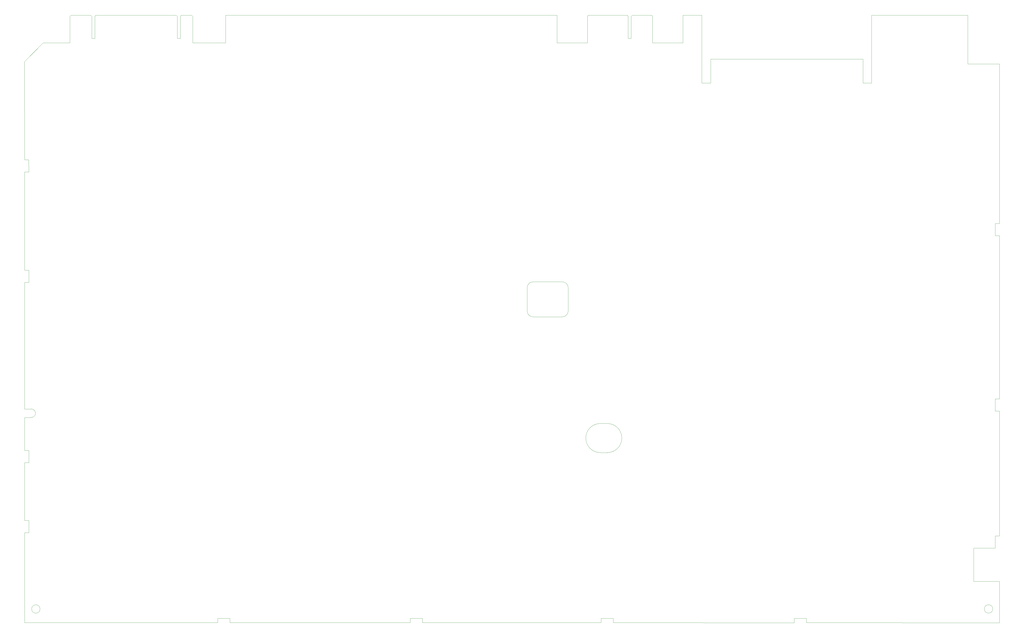
<source format=gbr>
G04 #@! TF.GenerationSoftware,KiCad,Pcbnew,(5.1.9)-1*
G04 #@! TF.CreationDate,2021-03-22T16:11:12+01:00*
G04 #@! TF.ProjectId,Open128,4f70656e-3132-4382-9e6b-696361645f70,3*
G04 #@! TF.SameCoordinates,Original*
G04 #@! TF.FileFunction,Profile,NP*
%FSLAX46Y46*%
G04 Gerber Fmt 4.6, Leading zero omitted, Abs format (unit mm)*
G04 Created by KiCad (PCBNEW (5.1.9)-1) date 2021-03-22 16:11:12*
%MOMM*%
%LPD*%
G01*
G04 APERTURE LIST*
G04 #@! TA.AperFunction,Profile*
%ADD10C,0.050000*%
G04 #@! TD*
G04 APERTURE END LIST*
D10*
X436725000Y-283083000D02*
G75*
G03*
X436725000Y-283083000I-1750000J0D01*
G01*
X39469000Y-283111000D02*
G75*
G03*
X39469000Y-283111000I-1750000J0D01*
G01*
X35763200Y-199669400D02*
G75*
G02*
X35763200Y-203225400I25400J-1778000D01*
G01*
X294843200Y-35839400D02*
X294462200Y-35458400D01*
X285953200Y-35839400D02*
X286334200Y-35458400D01*
X284683200Y-35839400D02*
X284302200Y-35458400D01*
X267716000Y-35839400D02*
X268097000Y-35458400D01*
X275996400Y-217881200D02*
X273100800Y-217881200D01*
X273100800Y-205740000D02*
X275996400Y-205740000D01*
X275996400Y-205740000D02*
G75*
G02*
X275996400Y-217881200I0J-6070600D01*
G01*
X273100800Y-217881200D02*
G75*
G02*
X273100800Y-205740000I0J6070600D01*
G01*
X242569874Y-149174201D02*
X242570001Y-158724601D01*
X242569874Y-149174201D02*
G75*
G02*
X245135399Y-146634201I2540126J1D01*
G01*
X245110001Y-161290126D02*
G75*
G02*
X242570001Y-158724601I-1J2540126D01*
G01*
X259715126Y-158749999D02*
G75*
G02*
X257149601Y-161289999I-2540126J-1D01*
G01*
X257174999Y-146634074D02*
G75*
G02*
X259714999Y-149199599I1J-2540126D01*
G01*
X259714999Y-149199599D02*
X259715126Y-158749999D01*
X245135399Y-146634201D02*
X257174999Y-146634074D01*
X257149601Y-161289999D02*
X245110001Y-161290126D01*
X102743000Y-35458400D02*
X103124000Y-35839400D01*
X97942400Y-35839400D02*
X98323400Y-35458400D01*
X96291400Y-35458400D02*
X96672400Y-35839400D01*
X62280800Y-35839400D02*
X62661800Y-35458400D01*
X60629800Y-35458400D02*
X61010800Y-35839400D01*
X51917600Y-35839400D02*
X52298600Y-35458400D01*
X286334200Y-35458400D02*
X294462200Y-35458400D01*
X285953200Y-45110400D02*
X285953200Y-35839400D01*
X284683200Y-45110400D02*
X285953200Y-45110400D01*
X284683200Y-35839400D02*
X284683200Y-45110400D01*
X32994600Y-95732600D02*
X32969200Y-54813200D01*
X34747200Y-95732600D02*
X32994600Y-95732600D01*
X34772600Y-100812600D02*
X34747200Y-95732600D01*
X33000000Y-100812600D02*
X34772600Y-100812600D01*
X33020000Y-141833600D02*
X33000000Y-100812600D01*
X34798000Y-141833600D02*
X33020000Y-141833600D01*
X34798000Y-146913600D02*
X34798000Y-141833600D01*
X33020000Y-146913600D02*
X34798000Y-146913600D01*
X33020000Y-199669400D02*
X33020000Y-146913600D01*
X35763200Y-199669400D02*
X33020000Y-199669400D01*
X33020000Y-203225400D02*
X35763200Y-203225400D01*
X33020000Y-217017600D02*
X33020000Y-203225400D01*
X34798000Y-217017600D02*
X33020000Y-217017600D01*
X34798000Y-222097600D02*
X34798000Y-217017600D01*
X33020000Y-222097600D02*
X34798000Y-222097600D01*
X33020000Y-246227600D02*
X33020000Y-222097600D01*
X34798000Y-246227600D02*
X33020000Y-246227600D01*
X34798000Y-251307600D02*
X34798000Y-246227600D01*
X33020000Y-251307600D02*
X34798000Y-251307600D01*
X33020000Y-288798000D02*
X33020000Y-251307600D01*
X113538000Y-288798000D02*
X33020000Y-288798000D01*
X113538000Y-287020000D02*
X113538000Y-288798000D01*
X118618000Y-287020000D02*
X113538000Y-287020000D01*
X118618000Y-288798000D02*
X118618000Y-287020000D01*
X193802000Y-288798000D02*
X118618000Y-288798000D01*
X193802000Y-287020000D02*
X193802000Y-288798000D01*
X198882000Y-287020000D02*
X193802000Y-287020000D01*
X198882000Y-288798000D02*
X198882000Y-287020000D01*
X273405600Y-288798000D02*
X198882000Y-288798000D01*
X273405600Y-287020000D02*
X273405600Y-288798000D01*
X278485600Y-287020000D02*
X273405600Y-287020000D01*
X278485600Y-288798000D02*
X278485600Y-287020000D01*
X353923600Y-288823400D02*
X278485600Y-288798000D01*
X353923600Y-287020000D02*
X353923600Y-288823400D01*
X359003600Y-287020000D02*
X353923600Y-287020000D01*
X359003600Y-288798000D02*
X359003600Y-287020000D01*
X439521600Y-288848800D02*
X359003600Y-288798000D01*
X439521600Y-271551400D02*
X439521600Y-288848800D01*
X428752000Y-271551400D02*
X439521600Y-271551400D01*
X428752000Y-257708400D02*
X428752000Y-271551400D01*
X437743600Y-257708400D02*
X428752000Y-257708400D01*
X437743600Y-252628400D02*
X437743600Y-257708400D01*
X439521600Y-252628400D02*
X437743600Y-252628400D01*
X439521600Y-200558400D02*
X439521600Y-252628400D01*
X437743600Y-200558400D02*
X439521600Y-200558400D01*
X437743600Y-195478400D02*
X437743600Y-200558400D01*
X439521600Y-195478400D02*
X437743600Y-195478400D01*
X439521600Y-127406400D02*
X439521600Y-195478400D01*
X437743600Y-127406400D02*
X439521600Y-127406400D01*
X437743600Y-122326400D02*
X437743600Y-127406400D01*
X439521600Y-122326400D02*
X437743600Y-122326400D01*
X439547000Y-55778400D02*
X439521600Y-122326400D01*
X426288200Y-55778400D02*
X439547000Y-55778400D01*
X426288200Y-35458400D02*
X426288200Y-55778400D01*
X386156200Y-35458400D02*
X426288200Y-35458400D01*
X386156200Y-63754000D02*
X386156200Y-35458400D01*
X382600200Y-63754000D02*
X386156200Y-63754000D01*
X382600200Y-53746400D02*
X382600200Y-63754000D01*
X319100200Y-53746400D02*
X382600200Y-53746400D01*
X319100200Y-63754000D02*
X319100200Y-53746400D01*
X315417200Y-63754000D02*
X319100200Y-63754000D01*
X315417200Y-35458400D02*
X315417200Y-63754000D01*
X307543200Y-35458400D02*
X315417200Y-35458400D01*
X307543200Y-46990000D02*
X307543200Y-35458400D01*
X294843200Y-46990000D02*
X307543200Y-46990000D01*
X294843200Y-35839400D02*
X294843200Y-46990000D01*
X268097000Y-35458400D02*
X284302200Y-35458400D01*
X267716000Y-46990000D02*
X267716000Y-35839400D01*
X255016000Y-46990000D02*
X267716000Y-46990000D01*
X255016000Y-35458400D02*
X255016000Y-46990000D01*
X116840000Y-35458400D02*
X255016000Y-35458400D01*
X116840000Y-46990000D02*
X116840000Y-35458400D01*
X103124000Y-46990000D02*
X116840000Y-46990000D01*
X103124000Y-35839400D02*
X103124000Y-46990000D01*
X98323400Y-35458400D02*
X102743000Y-35458400D01*
X97942400Y-45110400D02*
X97942400Y-35839400D01*
X96672400Y-45110400D02*
X97942400Y-45110400D01*
X96672400Y-35839400D02*
X96672400Y-45110400D01*
X62661800Y-35458400D02*
X96291400Y-35458400D01*
X62280800Y-45110400D02*
X62280800Y-35839400D01*
X61010800Y-45110400D02*
X62280800Y-45110400D01*
X61010800Y-35839400D02*
X61010800Y-45110400D01*
X52298600Y-35458400D02*
X60629800Y-35458400D01*
X51917600Y-46990000D02*
X51917600Y-35839400D01*
X40741600Y-46990000D02*
X51917600Y-46990000D01*
X32969200Y-54813200D02*
X40741600Y-46990000D01*
M02*

</source>
